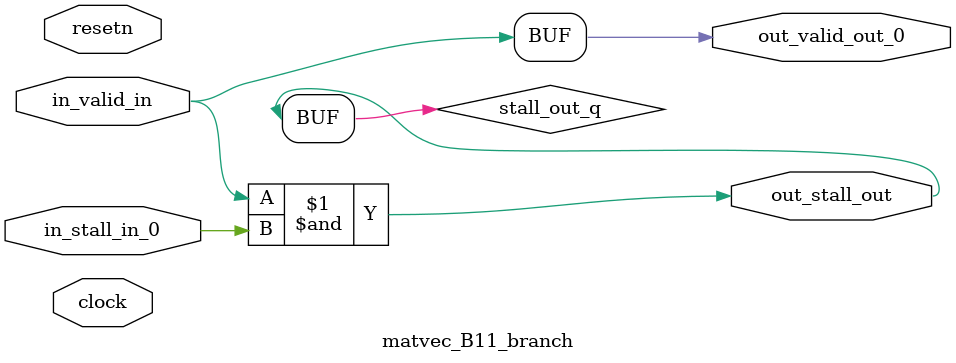
<source format=sv>



(* altera_attribute = "-name AUTO_SHIFT_REGISTER_RECOGNITION OFF; -name MESSAGE_DISABLE 10036; -name MESSAGE_DISABLE 10037; -name MESSAGE_DISABLE 14130; -name MESSAGE_DISABLE 14320; -name MESSAGE_DISABLE 15400; -name MESSAGE_DISABLE 14130; -name MESSAGE_DISABLE 10036; -name MESSAGE_DISABLE 12020; -name MESSAGE_DISABLE 12030; -name MESSAGE_DISABLE 12010; -name MESSAGE_DISABLE 12110; -name MESSAGE_DISABLE 14320; -name MESSAGE_DISABLE 13410; -name MESSAGE_DISABLE 113007; -name MESSAGE_DISABLE 10958" *)
module matvec_B11_branch (
    input wire [0:0] in_stall_in_0,
    input wire [0:0] in_valid_in,
    output wire [0:0] out_stall_out,
    output wire [0:0] out_valid_out_0,
    input wire clock,
    input wire resetn
    );

    wire [0:0] stall_out_q;


    // stall_out(LOGICAL,6)
    assign stall_out_q = in_valid_in & in_stall_in_0;

    // out_stall_out(GPOUT,4)
    assign out_stall_out = stall_out_q;

    // out_valid_out_0(GPOUT,5)
    assign out_valid_out_0 = in_valid_in;

endmodule

</source>
